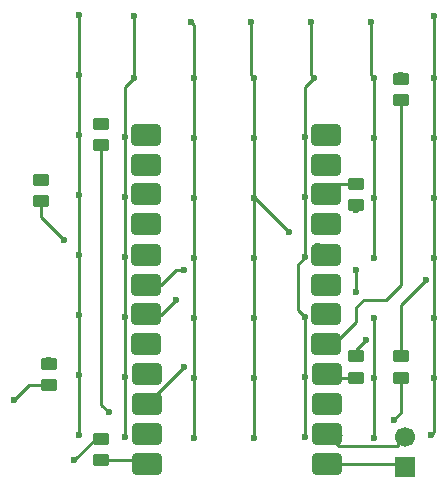
<source format=gbr>
%TF.GenerationSoftware,KiCad,Pcbnew,9.0.3*%
%TF.CreationDate,2025-10-09T23:36:15+02:00*%
%TF.ProjectId,ledkiv2,6c65646b-6976-4322-9e6b-696361645f70,rev?*%
%TF.SameCoordinates,Original*%
%TF.FileFunction,Copper,L2,Bot*%
%TF.FilePolarity,Positive*%
%FSLAX46Y46*%
G04 Gerber Fmt 4.6, Leading zero omitted, Abs format (unit mm)*
G04 Created by KiCad (PCBNEW 9.0.3) date 2025-10-09 23:36:15*
%MOMM*%
%LPD*%
G01*
G04 APERTURE LIST*
G04 Aperture macros list*
%AMRoundRect*
0 Rectangle with rounded corners*
0 $1 Rounding radius*
0 $2 $3 $4 $5 $6 $7 $8 $9 X,Y pos of 4 corners*
0 Add a 4 corners polygon primitive as box body*
4,1,4,$2,$3,$4,$5,$6,$7,$8,$9,$2,$3,0*
0 Add four circle primitives for the rounded corners*
1,1,$1+$1,$2,$3*
1,1,$1+$1,$4,$5*
1,1,$1+$1,$6,$7*
1,1,$1+$1,$8,$9*
0 Add four rect primitives between the rounded corners*
20,1,$1+$1,$2,$3,$4,$5,0*
20,1,$1+$1,$4,$5,$6,$7,0*
20,1,$1+$1,$6,$7,$8,$9,0*
20,1,$1+$1,$8,$9,$2,$3,0*%
G04 Aperture macros list end*
%TA.AperFunction,Conductor*%
%ADD10C,0.200000*%
%TD*%
%TA.AperFunction,ComponentPad*%
%ADD11R,1.700000X1.700000*%
%TD*%
%TA.AperFunction,ComponentPad*%
%ADD12C,1.700000*%
%TD*%
%TA.AperFunction,SMDPad,CuDef*%
%ADD13RoundRect,0.270000X0.980000X-0.630000X0.980000X0.630000X-0.980000X0.630000X-0.980000X-0.630000X0*%
%TD*%
%TA.AperFunction,SMDPad,CuDef*%
%ADD14RoundRect,0.250000X-0.450000X0.262500X-0.450000X-0.262500X0.450000X-0.262500X0.450000X0.262500X0*%
%TD*%
%TA.AperFunction,SMDPad,CuDef*%
%ADD15RoundRect,0.250000X0.450000X-0.262500X0.450000X0.262500X-0.450000X0.262500X-0.450000X-0.262500X0*%
%TD*%
%TA.AperFunction,ViaPad*%
%ADD16C,0.600000*%
%TD*%
%TA.AperFunction,Conductor*%
%ADD17C,0.250000*%
%TD*%
G04 APERTURE END LIST*
D10*
%TO.N,Net-(J1-D2)*%
X173981000Y-106091000D02*
X173981000Y-105456000D01*
%TD*%
D11*
%TO.P,e1,1,rx-PD6*%
%TO.N,Net-(J1-D6)*%
X180677000Y-115835000D03*
D12*
%TO.P,e1,2,tx-PD5*%
%TO.N,Net-(J1-D5)*%
X180677000Y-113295000D03*
%TD*%
D13*
%TO.P,J1,1,GND*%
%TO.N,unconnected-(J1-GND-Pad1)*%
X173981000Y-87676000D03*
%TO.P,J1,2,VCC*%
%TO.N,unconnected-(J1-VCC-Pad2)*%
X173981000Y-90216000D03*
%TO.P,J1,3,C4*%
%TO.N,Net-(J1-C4)*%
X173981000Y-92716000D03*
%TO.P,J1,4,C5*%
%TO.N,Net-(D33-K)*%
X173981000Y-95256000D03*
%TO.P,J1,5,C6*%
%TO.N,Net-(D18-K)*%
X173981000Y-97836000D03*
%TO.P,J1,6,C7*%
%TO.N,Net-(D17-K)*%
X173981000Y-100376000D03*
%TO.P,J1,7,D1*%
%TO.N,Net-(D1-K)*%
X173981000Y-102876000D03*
%TO.P,J1,8,D2*%
%TO.N,Net-(J1-D2)*%
X173981000Y-105416000D03*
%TO.P,J1,9,D3*%
%TO.N,Net-(J1-D3)*%
X174019082Y-107931343D03*
%TO.P,J1,10,D4*%
%TO.N,Net-(J1-D4)*%
X174019082Y-110471343D03*
%TO.P,J1,11,D5*%
%TO.N,Net-(J1-D5)*%
X174019082Y-113011343D03*
%TO.P,J1,12,D6*%
%TO.N,Net-(J1-D6)*%
X174019082Y-115551343D03*
%TO.P,J1,13,D7*%
%TO.N,Net-(J1-D7)*%
X158779082Y-115551343D03*
%TO.P,J1,14,A1*%
%TO.N,Net-(J1-A1)*%
X158779082Y-113011343D03*
%TO.P,J1,15,A2*%
%TO.N,Net-(D36-K)*%
X158779082Y-110471343D03*
%TO.P,J1,16,D0*%
%TO.N,Net-(D10-K)*%
X158779082Y-107931343D03*
%TO.P,J1,17,C0*%
%TO.N,Net-(J1-C0)*%
X158741000Y-105416000D03*
%TO.P,J1,18,C1*%
%TO.N,Net-(D35-K)*%
X158741000Y-102876000D03*
%TO.P,J1,19,C2*%
%TO.N,Net-(D34-K)*%
X158741000Y-100376000D03*
%TO.P,J1,20,C3*%
%TO.N,Net-(J1-C3)*%
X158741000Y-97836000D03*
%TO.P,J1,21,VCC*%
%TO.N,unconnected-(J1-VCC-Pad21)*%
X158741000Y-95256000D03*
%TO.P,J1,22,GND*%
%TO.N,unconnected-(J1-GND-Pad22)*%
X158741000Y-92716000D03*
%TO.P,J1,23,VIN*%
%TO.N,unconnected-(J1-VIN-Pad23)*%
X158741000Y-90216000D03*
%TO.P,J1,24,GND*%
%TO.N,unconnected-(J1-GND-Pad24)*%
X158741000Y-87676000D03*
%TD*%
D14*
%TO.P,R2,2*%
%TO.N,Net-(J1-A1)*%
X154931000Y-88588500D03*
%TO.P,R2,1*%
%TO.N,Net-(D10-A)*%
X154931000Y-86763500D03*
%TD*%
%TO.P,R3,2*%
%TO.N,Net-(J1-C3)*%
X149851000Y-93311000D03*
%TO.P,R3,1*%
%TO.N,Net-(D11-A)*%
X149851000Y-91486000D03*
%TD*%
%TO.P,R6,1*%
%TO.N,Net-(D14-A)*%
X176521000Y-106448500D03*
%TO.P,R6,2*%
%TO.N,Net-(J1-D3)*%
X176521000Y-108273500D03*
%TD*%
D15*
%TO.P,R4,2*%
%TO.N,Net-(J1-C4)*%
X176521000Y-91843500D03*
%TO.P,R4,1*%
%TO.N,Net-(D12-A)*%
X176521000Y-93668500D03*
%TD*%
%TO.P,R7,1*%
%TO.N,Net-(D15-A)*%
X150486000Y-108908500D03*
%TO.P,R7,2*%
%TO.N,Net-(J1-C0)*%
X150486000Y-107083500D03*
%TD*%
D14*
%TO.P,R5,1*%
%TO.N,Net-(D13-A)*%
X180331000Y-106448500D03*
%TO.P,R5,2*%
%TO.N,Net-(J1-D4)*%
X180331000Y-108273500D03*
%TD*%
%TO.P,R1,1*%
%TO.N,Net-(D1-A)*%
X180331000Y-82953500D03*
%TO.P,R1,2*%
%TO.N,Net-(J1-D2)*%
X180331000Y-84778500D03*
%TD*%
%TO.P,R8,1*%
%TO.N,Net-(D16-A)*%
X154931000Y-113433500D03*
%TO.P,R8,2*%
%TO.N,Net-(J1-D7)*%
X154931000Y-115258500D03*
%TD*%
D16*
%TO.N,Net-(J1-A1)*%
X155566000Y-111171000D03*
X158972004Y-113034925D03*
%TO.N,Net-(D36-K)*%
X183125000Y-87960000D03*
%TO.N,Net-(D10-K)*%
X158972004Y-107954925D03*
%TO.N,Net-(D35-K)*%
X161281000Y-101646000D03*
%TO.N,Net-(D1-K)*%
X174214963Y-102925909D03*
%TO.N,Net-(D34-K)*%
X161907734Y-99091292D03*
%TO.N,Net-(D18-K)*%
X173321962Y-97082500D03*
%TO.N,Net-(D33-K)*%
X174201062Y-95590000D03*
X170806000Y-95931000D03*
%TO.N,Net-(D36-K)*%
X161916000Y-107361000D03*
%TO.N,Net-(D16-A)*%
X152645000Y-115235000D03*
%TO.N,Net-(D15-A)*%
X147565000Y-110155000D03*
%TO.N,Net-(J1-C0)*%
X150486000Y-106726000D03*
X158802941Y-105816389D03*
%TO.N,Net-(D14-A)*%
X177370000Y-105075000D03*
%TO.N,Net-(J1-D4)*%
X174209894Y-110830000D03*
X179696000Y-111806000D03*
%TO.N,Net-(D13-A)*%
X182450000Y-99995000D03*
%TO.N,Net-(D12-A)*%
X176521000Y-94026000D03*
%TO.N,Net-(D11-A)*%
X149851000Y-91486000D03*
%TO.N,Net-(J1-C3)*%
X151756000Y-96566000D03*
X158975000Y-97904979D03*
%TO.N,Net-(D10-A)*%
X154931000Y-86763500D03*
%TO.N,Net-(D1-A)*%
X180331000Y-82596000D03*
%TO.N,Net-(D36-K)*%
X183132608Y-77663506D03*
X183125000Y-82880000D03*
X183125000Y-93040000D03*
X183125000Y-98120000D03*
X183125000Y-103200000D03*
X183125000Y-108280000D03*
X182871000Y-113076000D03*
%TO.N,Net-(D35-K)*%
X178045000Y-113360000D03*
X178045000Y-108280000D03*
X178045000Y-103200000D03*
X176521000Y-101011000D03*
X176521000Y-99106000D03*
X178045000Y-98120000D03*
X178045000Y-93040000D03*
X178045000Y-87960000D03*
X178045000Y-82880000D03*
X177791000Y-78151000D03*
%TO.N,Net-(D17-K)*%
X156979082Y-113270444D03*
X156979082Y-108190444D03*
X156941000Y-103122275D03*
X156941000Y-98064197D03*
X156941000Y-92962275D03*
X156941000Y-87904197D03*
X157725000Y-82880000D03*
X157732608Y-77663506D03*
%TO.N,Net-(D34-K)*%
X172219082Y-113270444D03*
X172219082Y-108190444D03*
X172181000Y-103122275D03*
X172181000Y-98064197D03*
X172181000Y-92962275D03*
X172181000Y-87904197D03*
%TO.N,Net-(D33-K)*%
X167885000Y-113360000D03*
X167885000Y-108280000D03*
X167885000Y-103200000D03*
X167885000Y-98120000D03*
X167885000Y-93040000D03*
X167885000Y-87960000D03*
X167885000Y-82880000D03*
X167631000Y-78151000D03*
%TO.N,Net-(D18-K)*%
X162805000Y-113360000D03*
X162805000Y-108280000D03*
X162805000Y-103200000D03*
X162805000Y-98120000D03*
X162805000Y-93040000D03*
X162805000Y-87960000D03*
X162551000Y-78151000D03*
X162805000Y-82880000D03*
%TO.N,Net-(D17-K)*%
X174042941Y-100736389D03*
%TO.N,Net-(D10-K)*%
X153026000Y-113076000D03*
X153026000Y-107996000D03*
X153026000Y-102916000D03*
X153026000Y-97836000D03*
X153026000Y-92756000D03*
X153026000Y-87676000D03*
X153026000Y-77516000D03*
X153026000Y-82596000D03*
%TO.N,Net-(D34-K)*%
X172711000Y-78151000D03*
X172965000Y-82880000D03*
%TD*%
D17*
%TO.N,Net-(J1-D5)*%
X175043739Y-114036000D02*
X179936000Y-114036000D01*
X179936000Y-114036000D02*
X180677000Y-113295000D01*
X174019082Y-113011343D02*
X175043739Y-114036000D01*
%TO.N,Net-(J1-D6)*%
X180393343Y-115551343D02*
X180677000Y-115835000D01*
X174019082Y-115551343D02*
X180393343Y-115551343D01*
%TO.N,Net-(J1-A1)*%
X154931000Y-110536000D02*
X154931000Y-88588500D01*
X155566000Y-111171000D02*
X154931000Y-110536000D01*
%TO.N,Net-(D16-A)*%
X154931000Y-113076000D02*
X154804000Y-113076000D01*
X154804000Y-113076000D02*
X152645000Y-115235000D01*
X154931000Y-113433500D02*
X154931000Y-113076000D01*
%TO.N,Net-(J1-D7)*%
X158486239Y-115258500D02*
X158779082Y-115551343D01*
X154931000Y-115258500D02*
X158486239Y-115258500D01*
%TO.N,Net-(J1-D5)*%
X174083739Y-113076000D02*
X174019082Y-113011343D01*
X175251000Y-113076000D02*
X174083739Y-113076000D01*
%TO.N,Net-(J1-D6)*%
X174083739Y-115616000D02*
X174019082Y-115551343D01*
X175251000Y-115616000D02*
X174083739Y-115616000D01*
%TO.N,Net-(D10-K)*%
X158930929Y-107996000D02*
X158972004Y-107954925D01*
X158779082Y-107957918D02*
X158741000Y-107996000D01*
X158741000Y-107996000D02*
X158930929Y-107996000D01*
X158779082Y-107931343D02*
X158779082Y-107957918D01*
%TO.N,Net-(D35-K)*%
X160011000Y-102916000D02*
X161281000Y-101646000D01*
X158741000Y-102916000D02*
X160011000Y-102916000D01*
X158741000Y-102876000D02*
X158741000Y-102916000D01*
%TO.N,Net-(D34-K)*%
X161893026Y-99106000D02*
X161907734Y-99091292D01*
X161281000Y-99106000D02*
X161893026Y-99106000D01*
X158741000Y-100376000D02*
X160011000Y-100376000D01*
X160011000Y-100376000D02*
X161281000Y-99106000D01*
%TO.N,Net-(D18-K)*%
X173981000Y-97741538D02*
X173321962Y-97082500D01*
X173981000Y-97836000D02*
X173981000Y-97741538D01*
%TO.N,Net-(D33-K)*%
X167915000Y-93040000D02*
X170806000Y-95931000D01*
X167885000Y-93040000D02*
X167915000Y-93040000D01*
%TO.N,Net-(D36-K)*%
X158805657Y-110471343D02*
X161916000Y-107361000D01*
X158779082Y-110471343D02*
X158805657Y-110471343D01*
%TO.N,Net-(J1-D7)*%
X158079425Y-116251000D02*
X158779082Y-115551343D01*
%TO.N,Net-(D15-A)*%
X148811500Y-108908500D02*
X147565000Y-110155000D01*
X150486000Y-108908500D02*
X148811500Y-108908500D01*
%TO.N,Net-(J1-C0)*%
X150486000Y-107083500D02*
X150486000Y-106726000D01*
%TO.N,Net-(D14-A)*%
X176521000Y-106448500D02*
X176521000Y-105924000D01*
X176521000Y-105924000D02*
X177370000Y-105075000D01*
%TO.N,Net-(J1-D3)*%
X176521000Y-108273500D02*
X174361239Y-108273500D01*
X174361239Y-108273500D02*
X174019082Y-107931343D01*
%TO.N,Net-(J1-D4)*%
X180331000Y-111171000D02*
X179696000Y-111806000D01*
X180331000Y-108273500D02*
X180331000Y-111171000D01*
%TO.N,Net-(D13-A)*%
X180331000Y-102114000D02*
X182450000Y-99995000D01*
X180331000Y-106448500D02*
X180331000Y-102114000D01*
%TO.N,Net-(D12-A)*%
X176521000Y-93668500D02*
X176521000Y-94026000D01*
%TO.N,Net-(J1-C4)*%
X174853500Y-91843500D02*
X173981000Y-92716000D01*
X176521000Y-91843500D02*
X174853500Y-91843500D01*
%TO.N,Net-(J1-C3)*%
X149851000Y-94661000D02*
X151756000Y-96566000D01*
X149851000Y-93311000D02*
X149851000Y-94661000D01*
%TO.N,Net-(D1-A)*%
X180331000Y-82953500D02*
X180331000Y-82596000D01*
%TO.N,Net-(J1-D2)*%
X176521000Y-103551000D02*
X174656000Y-105416000D01*
X176521000Y-102281000D02*
X176521000Y-103551000D01*
X179061000Y-101646000D02*
X177156000Y-101646000D01*
X180331000Y-100376000D02*
X179061000Y-101646000D01*
X180331000Y-84778500D02*
X180331000Y-100376000D01*
X177156000Y-101646000D02*
X176521000Y-102281000D01*
X174656000Y-105416000D02*
X173981000Y-105416000D01*
%TO.N,Net-(D36-K)*%
X183125000Y-77671114D02*
X183132608Y-77663506D01*
X183125000Y-82880000D02*
X183125000Y-77671114D01*
X183125000Y-87960000D02*
X183125000Y-82880000D01*
X183125000Y-93040000D02*
X183125000Y-87960000D01*
X183125000Y-98120000D02*
X183125000Y-93040000D01*
X183125000Y-103200000D02*
X183125000Y-98120000D01*
X183125000Y-108280000D02*
X183125000Y-103200000D01*
X182871000Y-113076000D02*
X183125000Y-112822000D01*
X183125000Y-112822000D02*
X183125000Y-108280000D01*
%TO.N,Net-(D35-K)*%
X178045000Y-108280000D02*
X178045000Y-113360000D01*
X178045000Y-103200000D02*
X178045000Y-108280000D01*
X176521000Y-99106000D02*
X176521000Y-101011000D01*
X178045000Y-93040000D02*
X178045000Y-98120000D01*
X178045000Y-87960000D02*
X178045000Y-93040000D01*
X178045000Y-82880000D02*
X178045000Y-87960000D01*
X177791000Y-82626000D02*
X178045000Y-82880000D01*
X177791000Y-78151000D02*
X177791000Y-82626000D01*
%TO.N,Net-(D17-K)*%
X156979082Y-108190444D02*
X156979082Y-113270444D01*
X156941000Y-108152362D02*
X156979082Y-108190444D01*
X156941000Y-103122275D02*
X156941000Y-108152362D01*
X156941000Y-98064197D02*
X156941000Y-103122275D01*
X156941000Y-92962275D02*
X156941000Y-98064197D01*
X156941000Y-87904197D02*
X156941000Y-92962275D01*
X156941000Y-83664000D02*
X156941000Y-87904197D01*
X157725000Y-82880000D02*
X156941000Y-83664000D01*
X157732608Y-82872392D02*
X157725000Y-82880000D01*
X157732608Y-77663506D02*
X157732608Y-82872392D01*
%TO.N,Net-(D34-K)*%
X172219082Y-108190444D02*
X172219082Y-113270444D01*
X172219082Y-103160357D02*
X172219082Y-108190444D01*
X172181000Y-103122275D02*
X172219082Y-103160357D01*
X171575000Y-102516275D02*
X172181000Y-103122275D01*
X171575000Y-98670197D02*
X171575000Y-102516275D01*
X172181000Y-98064197D02*
X171575000Y-98670197D01*
X172181000Y-92962275D02*
X172181000Y-98064197D01*
X172181000Y-87904197D02*
X172181000Y-92962275D01*
X172181000Y-83664000D02*
X172181000Y-87904197D01*
X172965000Y-82880000D02*
X172181000Y-83664000D01*
%TO.N,Net-(D33-K)*%
X167885000Y-108280000D02*
X167885000Y-113360000D01*
X167885000Y-103200000D02*
X167885000Y-108280000D01*
X167885000Y-98120000D02*
X167885000Y-103200000D01*
X167885000Y-93040000D02*
X167885000Y-98120000D01*
X167885000Y-87960000D02*
X167885000Y-93040000D01*
X167885000Y-82880000D02*
X167885000Y-87960000D01*
X167631000Y-78151000D02*
X167631000Y-82626000D01*
X167631000Y-82626000D02*
X167885000Y-82880000D01*
%TO.N,Net-(D18-K)*%
X162805000Y-108280000D02*
X162805000Y-113360000D01*
X162805000Y-103200000D02*
X162805000Y-108280000D01*
X162805000Y-98120000D02*
X162805000Y-103200000D01*
X162805000Y-93040000D02*
X162805000Y-98120000D01*
X162805000Y-87960000D02*
X162805000Y-93040000D01*
X162805000Y-82880000D02*
X162805000Y-87960000D01*
X162805000Y-78405000D02*
X162805000Y-82880000D01*
X162551000Y-78151000D02*
X162805000Y-78405000D01*
%TO.N,Net-(D10-K)*%
X153026000Y-107996000D02*
X153026000Y-113076000D01*
X153026000Y-102916000D02*
X153026000Y-107996000D01*
X153026000Y-97836000D02*
X153026000Y-102916000D01*
X153026000Y-92756000D02*
X153026000Y-97836000D01*
X153026000Y-87676000D02*
X153026000Y-92756000D01*
X153026000Y-87041000D02*
X153026000Y-87676000D01*
X153026000Y-81326000D02*
X153026000Y-87041000D01*
X153026000Y-81326000D02*
X153026000Y-82596000D01*
X153026000Y-77516000D02*
X153026000Y-81326000D01*
%TO.N,Net-(D34-K)*%
X172711000Y-82626000D02*
X172965000Y-82880000D01*
X172711000Y-78151000D02*
X172711000Y-82626000D01*
%TD*%
M02*

</source>
